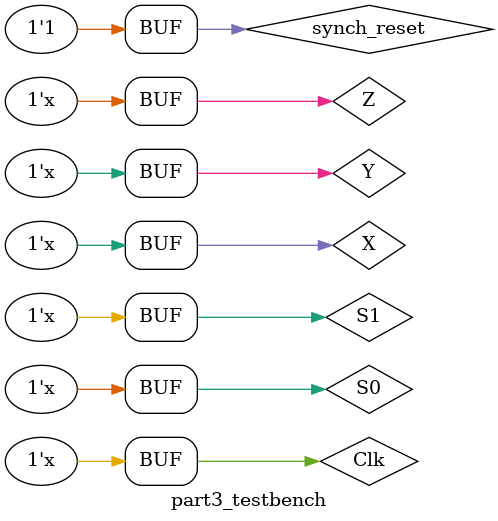
<source format=v>
`timescale 1ns / 1ps


module part3_testbench();

reg X, Y, Z;
reg S0, S1;
reg Clk, synch_reset;
wire T;

part_3 p3(.X(X), .Y(Y), .Z(Z), .S0(S0), .S1(S1), .T(T), .Clk(Clk), .synch_reset(synch_reset));
initial begin
X = 1'b0;
Y = 1'b0;
Z = 1'b0;
S0 = 1'b0;
S1 = 1'b1;
Clk = 1'b0;
synch_reset = 1'b1;
#60 synch_reset = 1'b0;
end

always
begin 
#9 Clk = ~Clk;
end

always
begin
#15 {X, Y, Z} = {X, Y, Z} + 1'b1;
end

always 
begin
#23 {S1, S0} = {S1, S0} + 1'b1;
end

always
begin
#105 synch_reset = 1'b1;
end


endmodule

</source>
